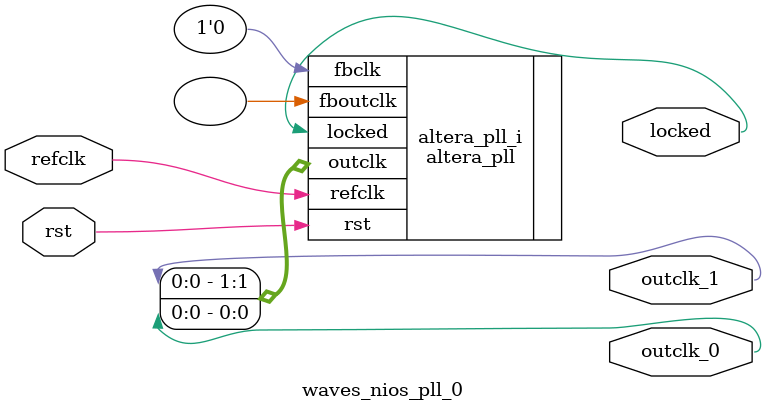
<source format=v>
`timescale 1ns/10ps
module  waves_nios_pll_0(

	// interface 'refclk'
	input wire refclk,

	// interface 'reset'
	input wire rst,

	// interface 'outclk0'
	output wire outclk_0,

	// interface 'outclk1'
	output wire outclk_1,

	// interface 'locked'
	output wire locked
);

	altera_pll #(
		.fractional_vco_multiplier("false"),
		.reference_clock_frequency("50.0 MHz"),
		.operation_mode("direct"),
		.number_of_clocks(2),
		.output_clock_frequency0("143.000000 MHz"),
		.phase_shift0("0 ps"),
		.duty_cycle0(50),
		.output_clock_frequency1("102.142857 MHz"),
		.phase_shift1("0 ps"),
		.duty_cycle1(50),
		.output_clock_frequency2("0 MHz"),
		.phase_shift2("0 ps"),
		.duty_cycle2(50),
		.output_clock_frequency3("0 MHz"),
		.phase_shift3("0 ps"),
		.duty_cycle3(50),
		.output_clock_frequency4("0 MHz"),
		.phase_shift4("0 ps"),
		.duty_cycle4(50),
		.output_clock_frequency5("0 MHz"),
		.phase_shift5("0 ps"),
		.duty_cycle5(50),
		.output_clock_frequency6("0 MHz"),
		.phase_shift6("0 ps"),
		.duty_cycle6(50),
		.output_clock_frequency7("0 MHz"),
		.phase_shift7("0 ps"),
		.duty_cycle7(50),
		.output_clock_frequency8("0 MHz"),
		.phase_shift8("0 ps"),
		.duty_cycle8(50),
		.output_clock_frequency9("0 MHz"),
		.phase_shift9("0 ps"),
		.duty_cycle9(50),
		.output_clock_frequency10("0 MHz"),
		.phase_shift10("0 ps"),
		.duty_cycle10(50),
		.output_clock_frequency11("0 MHz"),
		.phase_shift11("0 ps"),
		.duty_cycle11(50),
		.output_clock_frequency12("0 MHz"),
		.phase_shift12("0 ps"),
		.duty_cycle12(50),
		.output_clock_frequency13("0 MHz"),
		.phase_shift13("0 ps"),
		.duty_cycle13(50),
		.output_clock_frequency14("0 MHz"),
		.phase_shift14("0 ps"),
		.duty_cycle14(50),
		.output_clock_frequency15("0 MHz"),
		.phase_shift15("0 ps"),
		.duty_cycle15(50),
		.output_clock_frequency16("0 MHz"),
		.phase_shift16("0 ps"),
		.duty_cycle16(50),
		.output_clock_frequency17("0 MHz"),
		.phase_shift17("0 ps"),
		.duty_cycle17(50),
		.pll_type("General"),
		.pll_subtype("General")
	) altera_pll_i (
		.rst	(rst),
		.outclk	({outclk_1, outclk_0}),
		.locked	(locked),
		.fboutclk	( ),
		.fbclk	(1'b0),
		.refclk	(refclk)
	);
endmodule


</source>
